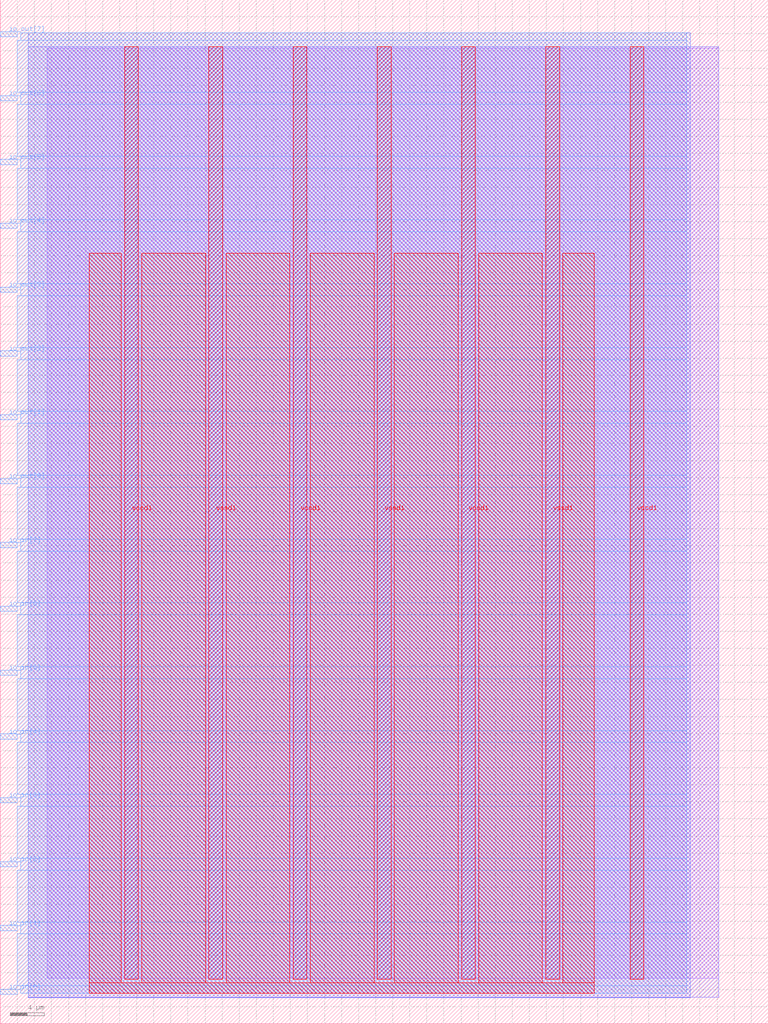
<source format=lef>
VERSION 5.7 ;
  NOWIREEXTENSIONATPIN ON ;
  DIVIDERCHAR "/" ;
  BUSBITCHARS "[]" ;
MACRO xor_shift32_evango
  CLASS BLOCK ;
  FOREIGN xor_shift32_evango ;
  ORIGIN 0.000 0.000 ;
  SIZE 90.000 BY 120.000 ;
  PIN io_in[0]
    DIRECTION INPUT ;
    USE SIGNAL ;
    PORT
      LAYER met3 ;
        RECT 0.000 3.440 2.000 4.040 ;
    END
  END io_in[0]
  PIN io_in[1]
    DIRECTION INPUT ;
    USE SIGNAL ;
    PORT
      LAYER met3 ;
        RECT 0.000 10.920 2.000 11.520 ;
    END
  END io_in[1]
  PIN io_in[2]
    DIRECTION INPUT ;
    USE SIGNAL ;
    PORT
      LAYER met3 ;
        RECT 0.000 18.400 2.000 19.000 ;
    END
  END io_in[2]
  PIN io_in[3]
    DIRECTION INPUT ;
    USE SIGNAL ;
    PORT
      LAYER met3 ;
        RECT 0.000 25.880 2.000 26.480 ;
    END
  END io_in[3]
  PIN io_in[4]
    DIRECTION INPUT ;
    USE SIGNAL ;
    PORT
      LAYER met3 ;
        RECT 0.000 33.360 2.000 33.960 ;
    END
  END io_in[4]
  PIN io_in[5]
    DIRECTION INPUT ;
    USE SIGNAL ;
    PORT
      LAYER met3 ;
        RECT 0.000 40.840 2.000 41.440 ;
    END
  END io_in[5]
  PIN io_in[6]
    DIRECTION INPUT ;
    USE SIGNAL ;
    PORT
      LAYER met3 ;
        RECT 0.000 48.320 2.000 48.920 ;
    END
  END io_in[6]
  PIN io_in[7]
    DIRECTION INPUT ;
    USE SIGNAL ;
    PORT
      LAYER met3 ;
        RECT 0.000 55.800 2.000 56.400 ;
    END
  END io_in[7]
  PIN io_out[0]
    DIRECTION OUTPUT TRISTATE ;
    USE SIGNAL ;
    PORT
      LAYER met3 ;
        RECT 0.000 63.280 2.000 63.880 ;
    END
  END io_out[0]
  PIN io_out[1]
    DIRECTION OUTPUT TRISTATE ;
    USE SIGNAL ;
    PORT
      LAYER met3 ;
        RECT 0.000 70.760 2.000 71.360 ;
    END
  END io_out[1]
  PIN io_out[2]
    DIRECTION OUTPUT TRISTATE ;
    USE SIGNAL ;
    PORT
      LAYER met3 ;
        RECT 0.000 78.240 2.000 78.840 ;
    END
  END io_out[2]
  PIN io_out[3]
    DIRECTION OUTPUT TRISTATE ;
    USE SIGNAL ;
    PORT
      LAYER met3 ;
        RECT 0.000 85.720 2.000 86.320 ;
    END
  END io_out[3]
  PIN io_out[4]
    DIRECTION OUTPUT TRISTATE ;
    USE SIGNAL ;
    PORT
      LAYER met3 ;
        RECT 0.000 93.200 2.000 93.800 ;
    END
  END io_out[4]
  PIN io_out[5]
    DIRECTION OUTPUT TRISTATE ;
    USE SIGNAL ;
    PORT
      LAYER met3 ;
        RECT 0.000 100.680 2.000 101.280 ;
    END
  END io_out[5]
  PIN io_out[6]
    DIRECTION OUTPUT TRISTATE ;
    USE SIGNAL ;
    PORT
      LAYER met3 ;
        RECT 0.000 108.160 2.000 108.760 ;
    END
  END io_out[6]
  PIN io_out[7]
    DIRECTION OUTPUT TRISTATE ;
    USE SIGNAL ;
    PORT
      LAYER met3 ;
        RECT 0.000 115.640 2.000 116.240 ;
    END
  END io_out[7]
  PIN vccd1
    DIRECTION INOUT ;
    USE POWER ;
    PORT
      LAYER met4 ;
        RECT 14.590 5.200 16.190 114.480 ;
    END
    PORT
      LAYER met4 ;
        RECT 34.330 5.200 35.930 114.480 ;
    END
    PORT
      LAYER met4 ;
        RECT 54.070 5.200 55.670 114.480 ;
    END
    PORT
      LAYER met4 ;
        RECT 73.810 5.200 75.410 114.480 ;
    END
  END vccd1
  PIN vssd1
    DIRECTION INOUT ;
    USE GROUND ;
    PORT
      LAYER met4 ;
        RECT 24.460 5.200 26.060 114.480 ;
    END
    PORT
      LAYER met4 ;
        RECT 44.200 5.200 45.800 114.480 ;
    END
    PORT
      LAYER met4 ;
        RECT 63.940 5.200 65.540 114.480 ;
    END
  END vssd1
  OBS
      LAYER li1 ;
        RECT 5.520 5.355 84.180 114.325 ;
      LAYER met1 ;
        RECT 3.290 3.100 84.180 114.480 ;
      LAYER met2 ;
        RECT 3.310 3.070 80.860 116.125 ;
      LAYER met3 ;
        RECT 2.400 115.240 80.435 116.105 ;
        RECT 2.000 109.160 80.435 115.240 ;
        RECT 2.400 107.760 80.435 109.160 ;
        RECT 2.000 101.680 80.435 107.760 ;
        RECT 2.400 100.280 80.435 101.680 ;
        RECT 2.000 94.200 80.435 100.280 ;
        RECT 2.400 92.800 80.435 94.200 ;
        RECT 2.000 86.720 80.435 92.800 ;
        RECT 2.400 85.320 80.435 86.720 ;
        RECT 2.000 79.240 80.435 85.320 ;
        RECT 2.400 77.840 80.435 79.240 ;
        RECT 2.000 71.760 80.435 77.840 ;
        RECT 2.400 70.360 80.435 71.760 ;
        RECT 2.000 64.280 80.435 70.360 ;
        RECT 2.400 62.880 80.435 64.280 ;
        RECT 2.000 56.800 80.435 62.880 ;
        RECT 2.400 55.400 80.435 56.800 ;
        RECT 2.000 49.320 80.435 55.400 ;
        RECT 2.400 47.920 80.435 49.320 ;
        RECT 2.000 41.840 80.435 47.920 ;
        RECT 2.400 40.440 80.435 41.840 ;
        RECT 2.000 34.360 80.435 40.440 ;
        RECT 2.400 32.960 80.435 34.360 ;
        RECT 2.000 26.880 80.435 32.960 ;
        RECT 2.400 25.480 80.435 26.880 ;
        RECT 2.000 19.400 80.435 25.480 ;
        RECT 2.400 18.000 80.435 19.400 ;
        RECT 2.000 11.920 80.435 18.000 ;
        RECT 2.400 10.520 80.435 11.920 ;
        RECT 2.000 4.440 80.435 10.520 ;
        RECT 2.400 3.575 80.435 4.440 ;
      LAYER met4 ;
        RECT 10.415 4.800 14.190 90.265 ;
        RECT 16.590 4.800 24.060 90.265 ;
        RECT 26.460 4.800 33.930 90.265 ;
        RECT 36.330 4.800 43.800 90.265 ;
        RECT 46.200 4.800 53.670 90.265 ;
        RECT 56.070 4.800 63.540 90.265 ;
        RECT 65.940 4.800 69.625 90.265 ;
        RECT 10.415 3.575 69.625 4.800 ;
  END
END xor_shift32_evango
END LIBRARY


</source>
